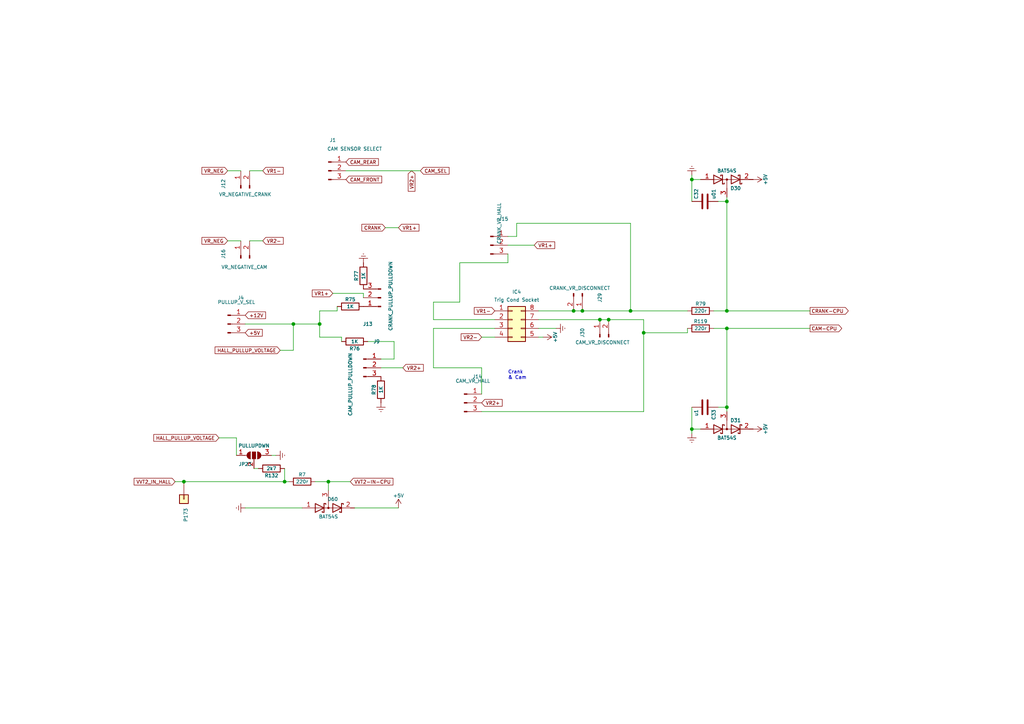
<source format=kicad_sch>
(kicad_sch (version 20231120) (generator "eeschema") (generator_version "8.0")
  (paper "A4")
  (lib_symbols
    (symbol "Connector:Conn_01x02_Pin" (pin_names (offset 1.016) hide)
      (property "Reference" "J" (at 0 2.54 0))
      (property "Value" "Conn_01x02_Pin" (at 0 -5.08 0))
      (symbol "Conn_01x02_Pin_1_1"
        (polyline (pts (xy 1.27 -2.54) (xy 0.8636 -2.54)) (stroke (width 0.1524)))
        (polyline (pts (xy 1.27 0) (xy 0.8636 0)) (stroke (width 0.1524)))
        (rectangle (start 0.8636 -2.413) (end 0 -2.667) (stroke (width 0.1524)) (fill (type outline)))
        (rectangle (start 0.8636 0.127) (end 0 -0.127) (stroke (width 0.1524)) (fill (type outline)))
        (pin passive line (at 5.08 0 180) (length 3.81) (name "Pin_1") (number "1"))
        (pin passive line (at 5.08 -2.54 180) (length 3.81) (name "Pin_2") (number "2"))
      )
    )
    (symbol "Connector:Conn_01x03_Pin" (pin_names (offset 1.016) hide)
      (property "Reference" "J" (at 0 5.08 0))
      (property "Value" "Conn_01x03_Pin" (at 0 -5.08 0))
      (symbol "Conn_01x03_Pin_1_1"
        (polyline (pts (xy 1.27 -2.54) (xy 0.8636 -2.54)) (stroke (width 0.1524)))
        (polyline (pts (xy 1.27 0) (xy 0.8636 0)) (stroke (width 0.1524)))
        (polyline (pts (xy 1.27 2.54) (xy 0.8636 2.54)) (stroke (width 0.1524)))
        (rectangle (start 0.8636 -2.413) (end 0 -2.667) (stroke (width 0.1524)) (fill (type outline)))
        (rectangle (start 0.8636 0.127) (end 0 -0.127) (stroke (width 0.1524)) (fill (type outline)))
        (rectangle (start 0.8636 2.667) (end 0 2.413) (stroke (width 0.1524)) (fill (type outline)))
        (pin passive line (at 5.08 2.54 180) (length 3.81) (name "Pin_1") (number "1"))
        (pin passive line (at 5.08 0 180) (length 3.81) (name "Pin_2") (number "2"))
        (pin passive line (at 5.08 -2.54 180) (length 3.81) (name "Pin_3") (number "3"))
      )
    )
    (symbol "Connector_Generic:Conn_02x04_Counter_Clockwise" (pin_names (offset 1.016) hide)
      (property "Reference" "J" (at 1.27 5.08 0))
      (property "Value" "Conn_02x04_Counter_Clockwise" (at 1.27 -7.62 0))
      (symbol "Conn_02x04_Counter_Clockwise_1_1"
        (rectangle (start -1.27 -4.953) (end 0 -5.207) (stroke (width 0.1524)))
        (rectangle (start -1.27 -2.413) (end 0 -2.667) (stroke (width 0.1524)))
        (rectangle (start -1.27 0.127) (end 0 -0.127) (stroke (width 0.1524)))
        (rectangle (start -1.27 2.667) (end 0 2.413) (stroke (width 0.1524)))
        (rectangle (start -1.27 3.81) (end 3.81 -6.35) (stroke (width 0.254)) (fill (type background)))
        (rectangle (start 3.81 -4.953) (end 2.54 -5.207) (stroke (width 0.1524)))
        (rectangle (start 3.81 -2.413) (end 2.54 -2.667) (stroke (width 0.1524)))
        (rectangle (start 3.81 0.127) (end 2.54 -0.127) (stroke (width 0.1524)))
        (rectangle (start 3.81 2.667) (end 2.54 2.413) (stroke (width 0.1524)))
        (pin passive line (at -5.08 2.54 0) (length 3.81) (name "Pin_1") (number "1"))
        (pin passive line (at -5.08 0 0) (length 3.81) (name "Pin_2") (number "2"))
        (pin passive line (at -5.08 -2.54 0) (length 3.81) (name "Pin_3") (number "3"))
        (pin passive line (at -5.08 -5.08 0) (length 3.81) (name "Pin_4") (number "4"))
        (pin passive line (at 7.62 -5.08 180) (length 3.81) (name "Pin_5") (number "5"))
        (pin passive line (at 7.62 -2.54 180) (length 3.81) (name "Pin_6") (number "6"))
        (pin passive line (at 7.62 0 180) (length 3.81) (name "Pin_7") (number "7"))
        (pin passive line (at 7.62 2.54 180) (length 3.81) (name "Pin_8") (number "8"))
      )
    )
    (symbol "Device:C" (pin_numbers hide) (pin_names (offset 0.254))
      (property "Reference" "C" (at 0.635 2.54 0))
      (property "Value" "C" (at 0.635 -2.54 0))
      (symbol "C_0_1"
        (polyline (pts (xy -2.032 -0.762) (xy 2.032 -0.762)) (stroke (width 0.508)))
        (polyline (pts (xy -2.032 0.762) (xy 2.032 0.762)) (stroke (width 0.508)))
      )
      (symbol "C_1_1"
        (pin passive line (at 0 3.81 270) (length 2.794) (name "~") (number "1"))
        (pin passive line (at 0 -3.81 90) (length 2.794) (name "~") (number "2"))
      )
    )
    (symbol "Device:R" (pin_numbers hide) (pin_names (offset 0))
      (property "Reference" "R" (at 2.032 0 90))
      (property "Value" "R" (at 0 0 90))
      (symbol "R_0_1"
        (rectangle (start -1.016 -2.54) (end 1.016 2.54) (stroke (width 0.254)))
      )
      (symbol "R_1_1"
        (pin passive line (at 0 3.81 270) (length 1.27) (name "~") (number "1"))
        (pin passive line (at 0 -3.81 90) (length 1.27) (name "~") (number "2"))
      )
    )
    (symbol "Underdog-rescue:D_Schottky_x2_Serial_AKC-Device" (pin_names (offset 0.762) hide)
      (property "Reference" "D" (at 1.27 -2.54 0))
      (property "Value" "D_Schottky_x2_Serial_AKC-Device" (at 0 2.54 0))
      (symbol "D_Schottky_x2_Serial_AKC-Device_0_1"
        (polyline (pts (xy -3.81 0) (xy 3.81 0)))
        (polyline (pts (xy 0 0) (xy 0 -2.54)))
        (polyline (pts (xy 6.35 0) (xy 7.62 0)))
        (polyline (pts (xy -1.27 -1.27) (xy -1.27 1.27) (xy -1.27 1.27)) (stroke (width 0.254)))
        (polyline (pts (xy 3.81 1.27) (xy 3.81 -1.27) (xy 3.81 -1.27)) (stroke (width 0.254)))
        (polyline (pts (xy -1.27 -1.27) (xy -0.762 -1.27) (xy -0.762 -1.016) (xy -0.762 -1.016)) (stroke (width 0.254)))
        (polyline (pts (xy 3.81 -1.27) (xy 4.318 -1.27) (xy 4.318 -1.016) (xy 4.318 -1.016)) (stroke (width 0.254)))
        (polyline (pts (xy 3.81 1.27) (xy 3.302 1.27) (xy 3.302 1.016) (xy 3.302 1.016)) (stroke (width 0.254)))
        (polyline (pts (xy -1.778 1.016) (xy -1.778 1.27) (xy -1.27 1.27) (xy -1.27 1.27) (xy -1.27 1.27)) (stroke (width 0.254)))
        (polyline (pts (xy -3.81 1.27) (xy -1.27 0) (xy -3.81 -1.27) (xy -3.81 1.27) (xy -3.81 1.27) (xy -3.81 1.27)) (stroke (width 0.254)))
        (polyline (pts (xy 1.27 1.27) (xy 3.81 0) (xy 1.27 -1.27) (xy 1.27 1.27) (xy 1.27 1.27) (xy 1.27 1.27)) (stroke (width 0.254)))
        (circle (center 0 0) (radius 0.254) (fill (type outline)))
        (pin passive line (at -7.62 0 0) (length 3.81) (name "A") (number "1"))
        (pin passive line (at 7.62 0 180) (length 3.81) (name "K") (number "2"))
        (pin passive line (at 0 -5.08 90) (length 2.54) (name "common") (number "3"))
      )
    )
    (symbol "Underdog-rescue:SolderJumper_3_Open-Jumper1" (pin_names (offset 0) hide)
      (property "Reference" "JP" (at -2.54 -2.54 0))
      (property "Value" "SolderJumper_3_Open-Jumper1" (at 0 2.794 0))
      (symbol "SolderJumper_3_Open-Jumper1_0_1"
        (arc (start -1.016 1.016) (mid -2.0275 0) (end -1.016 -1.016))
        (arc (start -1.016 1.016) (mid -2.0275 0) (end -1.016 -1.016) (fill (type outline)))
        (rectangle (start -0.508 1.016) (end 0.508 -1.016) (fill (type outline)))
        (polyline (pts (xy -2.54 0) (xy -2.032 0)))
        (polyline (pts (xy -1.016 1.016) (xy -1.016 -1.016)))
        (polyline (pts (xy 0 -1.27) (xy 0 -1.016)))
        (polyline (pts (xy 1.016 1.016) (xy 1.016 -1.016)))
        (polyline (pts (xy 2.54 0) (xy 2.032 0)))
        (arc (start 1.016 -1.016) (mid 2.0275 0) (end 1.016 1.016))
        (arc (start 1.016 -1.016) (mid 2.0275 0) (end 1.016 1.016) (fill (type outline)))
      )
      (symbol "SolderJumper_3_Open-Jumper1_1_1"
        (pin passive line (at -5.08 0 0) (length 2.54) (name "A") (number "1"))
        (pin input line (at 0 -3.81 90) (length 2.54) (name "C") (number "2"))
        (pin passive line (at 5.08 0 180) (length 2.54) (name "B") (number "3"))
      )
    )
    (symbol "misc:Pad" (pin_numbers hide) (pin_names (offset 1.016) hide)
      (property "Reference" "P" (at 2.54 0 0))
      (symbol "Pad_1_1"
        (rectangle (start -1.27 0.127) (end 0 -0.127) (stroke (width 0.1524)))
        (rectangle (start -1.27 1.27) (end 1.27 -1.27) (stroke (width 0.254)) (fill (type background)))
        (pin passive line (at -5.08 0 0) (length 3.81) (name "Pin_1") (number "1"))
      )
    )
    (symbol "power:+5V" (power) (pin_names (offset 0))
      (property "Value" "+5V" (at 0 3.556 0))
      (symbol "+5V_0_1"
        (polyline (pts (xy -0.762 1.27) (xy 0 2.54)))
        (polyline (pts (xy 0 0) (xy 0 2.54)))
        (polyline (pts (xy 0 2.54) (xy 0.762 1.27)))
      )
      (symbol "+5V_1_1"
        (pin power_in line (at 0 0 90) (length 0) hide (name "+5V") (number "1"))
      )
    )
    (symbol "power:Earth" (power) (pin_names (offset 0))
      (symbol "Earth_0_1"
        (polyline (pts (xy -0.635 -1.905) (xy 0.635 -1.905)))
        (polyline (pts (xy -0.127 -2.54) (xy 0.127 -2.54)))
        (polyline (pts (xy 0 -1.27) (xy 0 0)))
        (polyline (pts (xy 1.27 -1.27) (xy -1.27 -1.27)))
      )
      (symbol "Earth_1_1"
        (pin power_in line (at 0 0 270) (length 0) hide (name "Earth") (number "1"))
      )
    )
  )
  (junction (at 166.37 90.17))
  (junction (at 95.25 139.7))
  (junction (at 85.09 93.98))
  (junction (at 53.34 139.7))
  (junction (at 182.88 90.17))
  (junction (at 200.66 124.46))
  (junction (at 200.66 52.07))
  (junction (at 186.69 96.52))
  (junction (at 168.91 90.17))
  (junction (at 210.82 58.42))
  (junction (at 176.53 92.71))
  (junction (at 82.55 139.7))
  (junction (at 210.82 118.11))
  (junction (at 210.82 90.17))
  (junction (at 173.99 92.71))
  (junction (at 92.71 93.98))
  (junction (at 210.82 95.25))
  (wire (pts (xy 200.66 124.46) (xy 203.2 124.46)))
  (wire (pts (xy 186.69 92.71) (xy 186.69 96.52)))
  (wire (pts (xy 166.37 90.17) (xy 168.91 90.17)))
  (wire (pts (xy 92.71 93.98) (xy 92.71 97.79)))
  (wire (pts (xy 125.73 87.63) (xy 133.35 87.63)))
  (wire (pts (xy 82.55 139.7) (xy 83.82 139.7)))
  (wire (pts (xy 116.84 106.68) (xy 110.49 106.68)))
  (wire (pts (xy 208.28 118.11) (xy 210.82 118.11)))
  (wire (pts (xy 133.35 76.2) (xy 147.32 76.2)))
  (wire (pts (xy 139.7 106.68) (xy 139.7 114.3)))
  (wire (pts (xy 99.06 97.79) (xy 99.06 99.06)))
  (wire (pts (xy 139.7 97.79) (xy 143.51 97.79)))
  (wire (pts (xy 99.06 97.79) (xy 92.71 97.79)))
  (wire (pts (xy 182.88 90.17) (xy 199.39 90.17)))
  (wire (pts (xy 91.44 139.7) (xy 95.25 139.7)))
  (wire (pts (xy 186.69 119.38) (xy 139.7 119.38)))
  (wire (pts (xy 186.69 96.52) (xy 186.69 119.38)))
  (wire (pts (xy 133.35 76.2) (xy 133.35 87.63)))
  (wire (pts (xy 207.01 95.25) (xy 210.82 95.25)))
  (wire (pts (xy 154.94 71.12) (xy 147.32 71.12)))
  (wire (pts (xy 149.86 64.77) (xy 182.88 64.77)))
  (wire (pts (xy 186.69 96.52) (xy 199.39 96.52)))
  (wire (pts (xy 210.82 57.15) (xy 210.82 58.42)))
  (wire (pts (xy 147.32 76.2) (xy 147.32 73.66)))
  (wire (pts (xy 199.39 96.52) (xy 199.39 95.25)))
  (wire (pts (xy 176.53 92.71) (xy 186.69 92.71)))
  (wire (pts (xy 72.39 69.85) (xy 76.2 69.85)))
  (wire (pts (xy 210.82 95.25) (xy 234.95 95.25)))
  (wire (pts (xy 149.86 68.58) (xy 147.32 68.58)))
  (wire (pts (xy 207.01 90.17) (xy 210.82 90.17)))
  (wire (pts (xy 200.66 118.11) (xy 200.66 124.46)))
  (wire (pts (xy 73.66 135.89) (xy 74.93 135.89)))
  (wire (pts (xy 71.12 93.98) (xy 85.09 93.98)))
  (wire (pts (xy 85.09 93.98) (xy 92.71 93.98)))
  (wire (pts (xy 156.21 95.25) (xy 161.29 95.25)))
  (wire (pts (xy 203.2 52.07) (xy 200.66 52.07)))
  (wire (pts (xy 210.82 118.11) (xy 210.82 119.38)))
  (wire (pts (xy 200.66 50.8) (xy 200.66 52.07)))
  (wire (pts (xy 80.01 132.08) (xy 78.74 132.08)))
  (wire (pts (xy 114.3 104.14) (xy 110.49 104.14)))
  (wire (pts (xy 106.68 99.06) (xy 114.3 99.06)))
  (wire (pts (xy 156.21 92.71) (xy 173.99 92.71)))
  (wire (pts (xy 149.86 64.77) (xy 149.86 68.58)))
  (wire (pts (xy 208.28 58.42) (xy 210.82 58.42)))
  (wire (pts (xy 72.39 49.53) (xy 76.2 49.53)))
  (wire (pts (xy 53.34 139.7) (xy 82.55 139.7)))
  (wire (pts (xy 182.88 64.77) (xy 182.88 90.17)))
  (wire (pts (xy 92.71 90.17) (xy 92.71 93.98)))
  (wire (pts (xy 105.41 85.09) (xy 105.41 86.36)))
  (wire (pts (xy 97.79 88.9) (xy 97.79 90.17)))
  (wire (pts (xy 121.92 49.53) (xy 100.33 49.53)))
  (wire (pts (xy 156.21 90.17) (xy 166.37 90.17)))
  (wire (pts (xy 71.12 147.32) (xy 87.63 147.32)))
  (wire (pts (xy 156.21 97.79) (xy 157.48 97.79)))
  (wire (pts (xy 210.82 95.25) (xy 210.82 118.11)))
  (wire (pts (xy 168.91 90.17) (xy 182.88 90.17)))
  (wire (pts (xy 95.25 139.7) (xy 101.6 139.7)))
  (wire (pts (xy 125.73 95.25) (xy 125.73 106.68)))
  (wire (pts (xy 96.52 85.09) (xy 105.41 85.09)))
  (wire (pts (xy 95.25 142.24) (xy 95.25 139.7)))
  (wire (pts (xy 210.82 58.42) (xy 210.82 90.17)))
  (wire (pts (xy 200.66 52.07) (xy 200.66 58.42)))
  (wire (pts (xy 125.73 92.71) (xy 143.51 92.71)))
  (wire (pts (xy 125.73 95.25) (xy 143.51 95.25)))
  (wire (pts (xy 81.28 101.6) (xy 85.09 101.6)))
  (wire (pts (xy 210.82 90.17) (xy 234.95 90.17)))
  (wire (pts (xy 125.73 87.63) (xy 125.73 92.71)))
  (wire (pts (xy 173.99 92.71) (xy 176.53 92.71)))
  (wire (pts (xy 85.09 101.6) (xy 85.09 93.98)))
  (wire (pts (xy 68.58 127) (xy 68.58 132.08)))
  (wire (pts (xy 115.57 66.04) (xy 111.76 66.04)))
  (wire (pts (xy 125.73 106.68) (xy 139.7 106.68)))
  (wire (pts (xy 97.79 90.17) (xy 92.71 90.17)))
  (wire (pts (xy 66.04 49.53) (xy 69.85 49.53)))
  (wire (pts (xy 200.66 124.46) (xy 200.66 125.73)))
  (wire (pts (xy 66.04 69.85) (xy 69.85 69.85)))
  (wire (pts (xy 50.8 139.7) (xy 53.34 139.7)))
  (wire (pts (xy 114.3 99.06) (xy 114.3 104.14)))
  (wire (pts (xy 115.57 147.32) (xy 102.87 147.32)))
  (wire (pts (xy 82.55 139.7) (xy 82.55 135.89)))
  (wire (pts (xy 63.5 127) (xy 68.58 127)))
  (text "Crank\n& Cam" (at 147.32 110.236 0) (effects (font (size 1 1)) (justify left bottom)))
  (global_label "VR2-" (shape input) (at 139.7 97.79 180) (effects (font (size 1 1))) (property "Intersheetrefs" "${INTERSHEET_REFS}" (effects (hide yes))))
  (global_label "+12V" (shape input) (at 71.12 91.44 0) (effects (font (size 1 1))) (property "Intersheetrefs" "${INTERSHEET_REFS}" (effects (hide yes))))
  (global_label "VR_NEG" (shape input) (at 66.04 49.53 180) (effects (font (size 1 1))) (property "Intersheetrefs" "${INTERSHEET_REFS}" (effects (hide yes))))
  (global_label "HALL_PULLUP_VOLTAGE" (shape input) (at 81.28 101.6 180) (effects (font (size 1 1))) (property "Intersheetrefs" "${INTERSHEET_REFS}" (effects (hide yes))))
  (global_label "VR2+" (shape input) (at 119.38 49.53 270) (effects (font (size 1 1))) (property "Intersheetrefs" "${INTERSHEET_REFS}" (effects (hide yes))))
  (global_label "VR2+" (shape input) (at 139.7 116.84 0) (effects (font (size 1 1))) (property "Intersheetrefs" "${INTERSHEET_REFS}" (effects (hide yes))))
  (global_label "VR1-" (shape input) (at 143.51 90.17 180) (effects (font (size 1 1))) (property "Intersheetrefs" "${INTERSHEET_REFS}" (effects (hide yes))))
  (global_label "VR1+" (shape input) (at 115.57 66.04 0) (effects (font (size 1 1))) (property "Intersheetrefs" "${INTERSHEET_REFS}" (effects (hide yes))))
  (global_label "CRANK" (shape input) (at 111.76 66.04 180) (effects (font (size 1 1))) (property "Intersheetrefs" "${INTERSHEET_REFS}" (effects (hide yes))))
  (global_label "CAM-CPU" (shape output) (at 234.95 95.25 0) (effects (font (size 1 1))) (property "Intersheetrefs" "${INTERSHEET_REFS}" (effects (hide yes))))
  (global_label "VR2+" (shape input) (at 116.84 106.68 0) (effects (font (size 1 1))) (property "Intersheetrefs" "${INTERSHEET_REFS}" (effects (hide yes))))
  (global_label "VVT2_IN_HALL" (shape input) (at 50.8 139.7 180) (effects (font (size 1 1))) (property "Intersheetrefs" "${INTERSHEET_REFS}" (effects (hide yes))))
  (global_label "HALL_PULLUP_VOLTAGE" (shape input) (at 63.5 127 180) (effects (font (size 1 1))) (property "Intersheetrefs" "${INTERSHEET_REFS}" (effects (hide yes))))
  (global_label "CAM_REAR" (shape input) (at 100.33 46.99 0) (effects (font (size 1 1))) (property "Intersheetrefs" "${INTERSHEET_REFS}" (effects (hide yes))))
  (global_label "CAM_FRONT" (shape input) (at 100.33 52.07 0) (effects (font (size 1 1))) (property "Intersheetrefs" "${INTERSHEET_REFS}" (effects (hide yes))))
  (global_label "CRANK-CPU" (shape output) (at 234.95 90.17 0) (effects (font (size 1 1))) (property "Intersheetrefs" "${INTERSHEET_REFS}" (effects (hide yes))))
  (global_label "VR1+" (shape input) (at 154.94 71.12 0) (effects (font (size 1 1))) (property "Intersheetrefs" "${INTERSHEET_REFS}" (effects (hide yes))))
  (global_label "VR_NEG" (shape input) (at 66.04 69.85 180) (effects (font (size 1 1))) (property "Intersheetrefs" "${INTERSHEET_REFS}" (effects (hide yes))))
  (global_label "CAM_SEL" (shape input) (at 121.92 49.53 0) (effects (font (size 1 1))) (property "Intersheetrefs" "${INTERSHEET_REFS}" (effects (hide yes))))
  (global_label "VR1+" (shape input) (at 96.52 85.09 180) (effects (font (size 1 1))) (property "Intersheetrefs" "${INTERSHEET_REFS}" (effects (hide yes))))
  (global_label "VR1-" (shape input) (at 76.2 49.53 0) (effects (font (size 1 1))) (property "Intersheetrefs" "${INTERSHEET_REFS}" (effects (hide yes))))
  (global_label "VVT2-IN-CPU" (shape input) (at 101.6 139.7 0) (effects (font (size 1 1))) (property "Intersheetrefs" "${INTERSHEET_REFS}" (effects (hide yes))))
  (global_label "VR2-" (shape input) (at 76.2 69.85 0) (effects (font (size 1 1))) (property "Intersheetrefs" "${INTERSHEET_REFS}" (effects (hide yes))))
  (global_label "+5V" (shape input) (at 71.12 96.52 0) (effects (font (size 1 1))) (property "Intersheetrefs" "${INTERSHEET_REFS}" (effects (hide yes))))
  (symbol (lib_id "Device:C") (at 204.47 58.42 90) (unit 1)
    (property "Reference" "C32" (at 201.93 57.785 0) (effects (font (size 1 1)) (justify left)))
    (property "Value" "u01" (at 207.01 57.785 0) (effects (font (size 1 1)) (justify left)))
    (property "Footprint" "easyeda2kicad:C0805" (effects (hide yes)))
    (property "MPN" "CL21B103KBCNNNC" (effects (hide yes)))
    (property "LCSC" "C84715" (effects (hide yes)))
    (property "Rot" "0" (effects (hide yes)))
  )
  (symbol (lib_id "Underdog-rescue:D_Schottky_x2_Serial_AKC-Device") (at 95.25 147.32 0) (mirror x) (unit 1)
    (property "Reference" "D60" (at 96.52 144.78 0) (effects (font (size 1 1))))
    (property "Value" "BAT54S" (at 95.25 149.86 0) (effects (font (size 1 1))))
    (property "Footprint" "easyeda2kicad:SOT-23-3_L3.0-W1.7-P0.95-LS2.9-BR" (effects (hide yes)))
    (property "MPN" "BAT54S,215" (effects (hide yes)))
    (property "LCSC" "C47546" (effects (hide yes)))
    (property "Rot" "0" (effects (hide yes)))
  )
  (symbol (lib_id "Device:R") (at 203.2 95.25 90) (unit 1)
    (property "Reference" "R119" (at 203.2 93.218 90) (effects (font (size 1 1))))
    (property "Value" "220r" (at 203.2 95.25 90) (effects (font (size 1 1))))
    (property "Footprint" "easyeda2kicad:R0805" (effects (hide yes)))
    (property "MPN" "C17557" (effects (hide yes)))
    (property "LCSC" "C17557" (effects (hide yes)))
    (property "Rot" "0" (effects (hide yes)))
  )
  (symbol (lib_id "Device:R") (at 110.49 113.03 0) (mirror y) (unit 1)
    (property "Reference" "R78" (at 108.458 113.03 90) (effects (font (size 1 1))))
    (property "Value" "1K" (at 110.49 113.03 90) (effects (font (size 1 1))))
    (property "Footprint" "easyeda2kicad:R0805" (effects (hide yes)))
    (property "MPN" "C17513" (effects (hide yes)))
    (property "LCSC" "C17513" (effects (hide yes)))
    (property "Rot" "0" (effects (hide yes)))
  )
  (symbol (lib_id "power:Earth") (at 105.41 76.2 180) (unit 1)
    (property "Reference" "#PWR040" (effects (hide yes)))
    (property "Value" "Earth" (effects (hide yes)))
  )
  (symbol (lib_id "power:+5V") (at 157.48 97.79 270) (unit 1)
    (property "Reference" "#PWR0132" (effects (hide yes)))
    (property "Value" "+5V" (at 161.036 97.79 0) (effects (font (size 1 1))))
  )
  (symbol (lib_id "power:Earth") (at 80.01 132.08 90) (unit 1)
    (property "Reference" "#PWR0209" (effects (hide yes)))
    (property "Value" "Earth" (effects (hide yes)))
  )
  (symbol (lib_id "misc:Pad") (at 53.34 144.78 270) (unit 1) (in_bom no)
    (property "Reference" "P173" (at 53.8814 147.3651 0) (effects (font (size 1 1)) (justify left)))
    (property "Value" "VVT2_IN_HALL" (effects (hide yes)))
    (property "Footprint" "TestPoint:TestPoint_THTPad_1.5x1.5mm_Drill0.7mm" (effects (hide yes)))
    (property "Rot" "0" (effects (hide yes)))
  )
  (symbol (lib_id "Connector_Generic:Conn_02x04_Counter_Clockwise") (at 148.59 92.71 0) (unit 1) (in_bom no)
    (property "Reference" "IC4" (at 149.86 84.6582 0) (effects (font (size 1 1))))
    (property "Value" "Trig Cond Socket" (at 149.86 86.9696 0) (effects (font (size 1 1))))
    (property "Footprint" "Package_DIP:DIP-8_W7.62mm_Socket" (effects (hide yes)))
    (property "Rot" "0" (effects (hide yes)))
  )
  (symbol (lib_id "Connector:Conn_01x03_Pin") (at 134.62 116.84 0) (unit 1) (in_bom no)
    (property "Reference" "J14" (at 138.43 109.22 0) (effects (font (size 1 1))))
    (property "Value" "CAM_VR_HALL" (at 137.16 110.49 0) (effects (font (size 1 1))))
    (property "Footprint" "Connector_PinHeader_2.54mm:PinHeader_1x03_P2.54mm_Vertical" (effects (hide yes)))
    (property "Rot" "0" (effects (hide yes)))
    (property "label" "vr" (effects (hide yes)))
    (property "label2" "hall" (effects (hide yes)))
  )
  (symbol (lib_id "power:Earth") (at 200.66 50.8 180) (unit 1)
    (property "Reference" "#PWR0134" (effects (hide yes)))
    (property "Value" "Earth" (effects (hide yes)))
  )
  (symbol (lib_id "Device:R") (at 78.74 135.89 270) (unit 1)
    (property "Reference" "R132" (at 78.74 137.922 90) (effects (font (size 1 1))))
    (property "Value" "2k7" (at 78.74 135.89 90) (effects (font (size 1 1))))
    (property "Footprint" "easyeda2kicad:R0603" (effects (hide yes)))
    (property "MPN" "C13167" (effects (hide yes)))
    (property "LCSC" "C13167" (effects (hide yes)))
    (property "Rot" "0" (effects (hide yes)))
  )
  (symbol (lib_id "power:Earth") (at 200.66 125.73 0) (unit 1)
    (property "Reference" "#PWR0135" (effects (hide yes)))
    (property "Value" "Earth" (effects (hide yes)))
  )
  (symbol (lib_id "Device:R") (at 105.41 80.01 0) (mirror y) (unit 1)
    (property "Reference" "R77" (at 103.378 80.01 90) (effects (font (size 1 1))))
    (property "Value" "1K" (at 105.41 80.01 90) (effects (font (size 1 1))))
    (property "Footprint" "easyeda2kicad:R0805" (effects (hide yes)))
    (property "MPN" "C17513" (effects (hide yes)))
    (property "LCSC" "C17513" (effects (hide yes)))
    (property "Rot" "0" (effects (hide yes)))
  )
  (symbol (lib_id "power:Earth") (at 71.12 147.32 270) (unit 1)
    (property "Reference" "#PWR0208" (effects (hide yes)))
    (property "Value" "Earth" (effects (hide yes)))
  )
  (symbol (lib_id "Connector:Conn_01x03_Pin") (at 142.24 71.12 0) (unit 1) (in_bom no)
    (property "Reference" "J15" (at 146.05 63.5 0) (effects (font (size 1 1))))
    (property "Value" "CRANK_VR_HALL" (at 144.78 64.77 90) (effects (font (size 1 1))))
    (property "Footprint" "Connector_PinHeader_2.54mm:PinHeader_1x03_P2.54mm_Vertical" (effects (hide yes)))
    (property "Rot" "0" (effects (hide yes)))
    (property "label" "vr" (effects (hide yes)))
    (property "label2" "hall" (effects (hide yes)))
  )
  (symbol (lib_id "Underdog-rescue:D_Schottky_x2_Serial_AKC-Device") (at 210.82 52.07 0) (unit 1)
    (property "Reference" "D30" (at 213.36 54.61 0) (effects (font (size 1 1))))
    (property "Value" "BAT54S" (at 210.82 49.53 0) (effects (font (size 1 1))))
    (property "Footprint" "easyeda2kicad:SOT-23-3_L3.0-W1.7-P0.95-LS2.9-BR" (effects (hide yes)))
    (property "MPN" "BAT54S,215" (effects (hide yes)))
    (property "LCSC" "C47546" (effects (hide yes)))
    (property "Rot" "0" (effects (hide yes)))
  )
  (symbol (lib_id "power:+5V") (at 218.44 124.46 270) (unit 1)
    (property "Reference" "#PWR0137" (effects (hide yes)))
    (property "Value" "+5V" (at 221.996 124.46 0) (effects (font (size 1 1))))
  )
  (symbol (lib_id "Device:C") (at 204.47 118.11 270) (unit 1)
    (property "Reference" "C33" (at 207.01 118.745 0) (effects (font (size 1 1)) (justify left)))
    (property "Value" "u1" (at 201.93 118.745 0) (effects (font (size 1 1)) (justify left)))
    (property "Footprint" "easyeda2kicad:C0805" (effects (hide yes)))
    (property "MPN" "CL21B104KBFNNNE" (effects (hide yes)))
    (property "LCSC" "C136621" (effects (hide yes)))
    (property "Rot" "0" (effects (hide yes)))
  )
  (symbol (lib_id "Connector:Conn_01x03_Pin") (at 105.41 106.68 0) (unit 1) (in_bom no)
    (property "Reference" "J9" (at 109.22 99.06 0) (effects (font (size 1 1))))
    (property "Value" "CAM_PULLUP_PULLDOWN" (at 101.6 111.506 90) (effects (font (size 1 1))))
    (property "Footprint" "Connector_PinHeader_2.54mm:PinHeader_1x03_P2.54mm_Vertical" (effects (hide yes)))
    (property "Rot" "0" (effects (hide yes)))
    (property "label" "down" (effects (hide yes)))
    (property "label1" "up" (effects (hide yes)))
  )
  (symbol (lib_id "Connector:Conn_01x02_Pin") (at 173.99 97.79 90) (unit 1) (in_bom no)
    (property "Reference" "J30" (at 168.91 96.52 0) (effects (font (size 1 1))))
    (property "Value" "CAM_VR_DISCONNECT" (at 174.752 99.314 90) (effects (font (size 1 1))))
    (property "Footprint" "Connector_PinHeader_2.54mm:PinHeader_1x02_P2.54mm_Vertical" (effects (hide yes)))
    (property "Rot" "0" (effects (hide yes)))
  )
  (symbol (lib_id "Device:R") (at 203.2 90.17 90) (unit 1)
    (property "Reference" "R79" (at 203.2 88.138 90) (effects (font (size 1 1))))
    (property "Value" "220r" (at 203.2 90.17 90) (effects (font (size 1 1))))
    (property "Footprint" "easyeda2kicad:R0805" (effects (hide yes)))
    (property "MPN" "C17557" (effects (hide yes)))
    (property "LCSC" "C17557" (effects (hide yes)))
    (property "Rot" "0" (effects (hide yes)))
  )
  (symbol (lib_id "power:+5V") (at 218.44 52.07 270) (unit 1)
    (property "Reference" "#PWR0136" (effects (hide yes)))
    (property "Value" "+5V" (at 221.996 52.07 0) (effects (font (size 1 1))))
  )
  (symbol (lib_id "Device:R") (at 87.63 139.7 90) (unit 1)
    (property "Reference" "R7" (at 87.63 137.668 90) (effects (font (size 1 1))))
    (property "Value" "220r" (at 87.63 139.7 90) (effects (font (size 1 1))))
    (property "Footprint" "easyeda2kicad:R0805" (effects (hide yes)))
    (property "MPN" "C17557" (effects (hide yes)))
    (property "LCSC" "C17557" (effects (hide yes)))
    (property "Rot" "0" (effects (hide yes)))
  )
  (symbol (lib_id "Underdog-rescue:D_Schottky_x2_Serial_AKC-Device") (at 210.82 124.46 0) (mirror x) (unit 1)
    (property "Reference" "D31" (at 213.36 121.92 0) (effects (font (size 1 1))))
    (property "Value" "BAT54S" (at 210.82 127 0) (effects (font (size 1 1))))
    (property "Footprint" "easyeda2kicad:SOT-23-3_L3.0-W1.7-P0.95-LS2.9-BR" (effects (hide yes)))
    (property "MPN" "BAT54S,215" (effects (hide yes)))
    (property "LCSC" "C47546" (effects (hide yes)))
    (property "Rot" "0" (effects (hide yes)))
  )
  (symbol (lib_id "Underdog-rescue:SolderJumper_3_Open-Jumper1") (at 73.66 132.08 0) (unit 1) (in_bom no)
    (property "Reference" "JP23" (at 71.12 134.62 0) (effects (font (size 1 1))))
    (property "Value" "PULLUPDWN" (at 73.66 129.286 0) (effects (font (size 1 1))))
    (property "Footprint" "Jumper:SolderJumper-3_P1.3mm_Open_Pad1.0x1.5mm_NumberLabels" (effects (hide yes)))
    (property "MPN" "DNP" (effects (hide yes)))
    (property "Rot" "0" (effects (hide yes)))
  )
  (symbol (lib_id "Connector:Conn_01x02_Pin") (at 168.91 85.09 270) (unit 1) (in_bom no)
    (property "Reference" "J29" (at 173.99 86.36 0) (effects (font (size 1 1))))
    (property "Value" "CRANK_VR_DISCONNECT" (at 168.148 83.566 90) (effects (font (size 1 1))))
    (property "Footprint" "Connector_PinHeader_2.54mm:PinHeader_1x02_P2.54mm_Vertical" (effects (hide yes)))
    (property "Rot" "0" (effects (hide yes)))
  )
  (symbol (lib_id "Connector:Conn_01x02_Pin") (at 69.85 54.61 90) (unit 1) (in_bom no)
    (property "Reference" "J12" (at 64.77 53.34 0) (effects (font (size 1 1))))
    (property "Value" "VR_NEGATIVE_CRANK" (at 71.12 56.388 90) (effects (font (size 1 1))))
    (property "Footprint" "Connector_PinHeader_2.54mm:PinHeader_1x02_P2.54mm_Vertical" (effects (hide yes)))
    (property "Rot" "0" (effects (hide yes)))
  )
  (symbol (lib_id "power:Earth") (at 161.29 95.25 90) (unit 1)
    (property "Reference" "#PWR0133" (effects (hide yes)))
    (property "Value" "Earth" (effects (hide yes)))
  )
  (symbol (lib_id "Device:R") (at 101.6 88.9 90) (unit 1)
    (property "Reference" "R75" (at 101.6 86.868 90) (effects (font (size 1 1))))
    (property "Value" "1K" (at 101.6 88.9 90) (effects (font (size 1 1))))
    (property "Footprint" "easyeda2kicad:R0805" (effects (hide yes)))
    (property "MPN" "C17513" (effects (hide yes)))
    (property "LCSC" "C17513" (effects (hide yes)))
    (property "Rot" "0" (effects (hide yes)))
  )
  (symbol (lib_id "power:+5V") (at 115.57 147.32 0) (unit 1)
    (property "Reference" "#PWR0210" (effects (hide yes)))
    (property "Value" "+5V" (at 115.57 143.764 0) (effects (font (size 1 1))))
  )
  (symbol (lib_id "Connector:Conn_01x03_Pin") (at 66.04 93.98 0) (unit 1) (in_bom no)
    (property "Reference" "J4" (at 69.85 86.36 0) (effects (font (size 1 1))))
    (property "Value" "PULLUP_V_SEL" (at 68.58 87.63 0) (effects (font (size 1 1))))
    (property "Footprint" "Connector_PinHeader_2.54mm:PinHeader_1x03_P2.54mm_Vertical" (effects (hide yes)))
    (property "Rot" "0" (effects (hide yes)))
    (property "label" "HALL PULLUP" (effects (hide yes)))
    (property "label1" "12v" (effects (hide yes)))
    (property "label2" "5v" (effects (hide yes)))
  )
  (symbol (lib_id "power:Earth") (at 110.49 116.84 0) (unit 1)
    (property "Reference" "#PWR041" (effects (hide yes)))
    (property "Value" "Earth" (effects (hide yes)))
  )
  (symbol (lib_id "Device:R") (at 102.87 99.06 90) (mirror x) (unit 1)
    (property "Reference" "R76" (at 102.87 101.092 90) (effects (font (size 1 1))))
    (property "Value" "1K" (at 102.87 99.06 90) (effects (font (size 1 1))))
    (property "Footprint" "easyeda2kicad:R0805" (effects (hide yes)))
    (property "MPN" "C17513" (effects (hide yes)))
    (property "LCSC" "C17513" (effects (hide yes)))
    (property "Rot" "0" (effects (hide yes)))
  )
  (symbol (lib_id "Connector:Conn_01x02_Pin") (at 69.85 74.93 90) (unit 1) (in_bom no)
    (property "Reference" "J16" (at 64.77 73.66 0) (effects (font (size 1 1))))
    (property "Value" "VR_NEGATIVE_CAM" (at 70.866 77.47 90) (effects (font (size 1 1))))
    (property "Footprint" "Connector_PinHeader_2.54mm:PinHeader_1x02_P2.54mm_Vertical" (effects (hide yes)))
    (property "Rot" "0" (effects (hide yes)))
  )
  (symbol (lib_id "Connector:Conn_01x03_Pin") (at 110.49 86.36 180) (unit 1) (in_bom no)
    (property "Reference" "J13" (at 106.68 93.98 0) (effects (font (size 1 1))))
    (property "Value" "CRANK_PULLUP_PULLDOWN" (at 113.284 85.852 90) (effects (font (size 1 1))))
    (property "Footprint" "Connector_PinHeader_2.54mm:PinHeader_1x03_P2.54mm_Vertical" (effects (hide yes)))
    (property "Rot" "0" (effects (hide yes)))
    (property "label" "down" (effects (hide yes)))
    (property "label2" "up" (effects (hide yes)))
  )
  (symbol (lib_id "Connector:Conn_01x03_Pin") (at 95.25 49.53 0) (unit 1) (in_bom no)
    (property "Reference" "J1" (at 96.52 40.64 0) (effects (font (size 1 1))))
    (property "Value" "CAM SENSOR SELECT" (at 102.87 43.18 0) (effects (font (size 1 1))))
    (property "Footprint" "Connector_PinHeader_2.54mm:PinHeader_1x03_P2.54mm_Vertical" (effects (hide yes)))
    (property "Rot" "0" (effects (hide yes)))
    (property "label" "rear" (effects (hide yes)))
    (property "label2" "front" (effects (hide yes)))
  )
)
</source>
